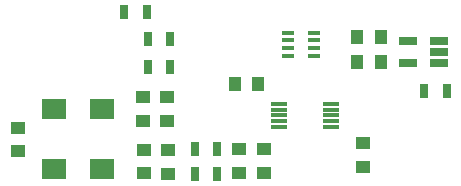
<source format=gtp>
G04 #@! TF.GenerationSoftware,KiCad,Pcbnew,(5.0.0-rc2-dev-444-g2974a2c10)*
G04 #@! TF.CreationDate,2019-10-20T12:44:52-07:00*
G04 #@! TF.ProjectId,Waveform_Gen_ADSR,57617665666F726D5F47656E5F414453,v00*
G04 #@! TF.SameCoordinates,Original*
G04 #@! TF.FileFunction,Paste,Top*
G04 #@! TF.FilePolarity,Positive*
%FSLAX46Y46*%
G04 Gerber Fmt 4.6, Leading zero omitted, Abs format (unit mm)*
G04 Created by KiCad (PCBNEW (5.0.0-rc2-dev-444-g2974a2c10)) date 10/20/19 12:44:52*
%MOMM*%
%LPD*%
G01*
G04 APERTURE LIST*
%ADD10R,1.400000X0.300000*%
%ADD11R,1.250000X1.000000*%
%ADD12R,0.700000X1.300000*%
%ADD13R,2.000000X1.800000*%
%ADD14R,1.000000X1.250000*%
%ADD15R,1.560000X0.650000*%
%ADD16R,1.060000X0.400000*%
G04 APERTURE END LIST*
D10*
X126650000Y-107254800D03*
X126650000Y-107754800D03*
X126650000Y-108254800D03*
X126650000Y-108754800D03*
X126650000Y-109254800D03*
X131050000Y-109254800D03*
X131050000Y-108754800D03*
X131050000Y-108254800D03*
X131050000Y-107754800D03*
X131050000Y-107254800D03*
D11*
X104600000Y-111300000D03*
X104600000Y-109300000D03*
D12*
X121450000Y-111100000D03*
X119550000Y-111100000D03*
X119550000Y-113200000D03*
X121450000Y-113200000D03*
D13*
X111650000Y-107710000D03*
X111650000Y-112790000D03*
X107650000Y-112790000D03*
X107650000Y-107710000D03*
D11*
X115167927Y-106714025D03*
X115167927Y-108714025D03*
D14*
X133300000Y-103700000D03*
X135300000Y-103700000D03*
X122926600Y-105562400D03*
X124926600Y-105562400D03*
X133300000Y-101600000D03*
X135300000Y-101600000D03*
D11*
X117304804Y-111174218D03*
X117304804Y-113174218D03*
X125400000Y-113099000D03*
X125400000Y-111099000D03*
X133781800Y-112607600D03*
X133781800Y-110607600D03*
X117217127Y-108718632D03*
X117217127Y-106718632D03*
D12*
X113553200Y-99491800D03*
X115453200Y-99491800D03*
X138950000Y-106200000D03*
X140850000Y-106200000D03*
D11*
X123300000Y-113099000D03*
X123300000Y-111099000D03*
D15*
X137550000Y-103850000D03*
X137550000Y-101950000D03*
X140250000Y-101950000D03*
X140250000Y-102900000D03*
X140250000Y-103850000D03*
D12*
X117461207Y-101776400D03*
X115561207Y-101776400D03*
X115547400Y-104126400D03*
X117447400Y-104126400D03*
D16*
X129598600Y-101255000D03*
X129598600Y-101905000D03*
X129598600Y-102565000D03*
X129598600Y-103215000D03*
X127398600Y-103215000D03*
X127398600Y-102565000D03*
X127398600Y-101905000D03*
X127398600Y-101255000D03*
D11*
X115200000Y-113150000D03*
X115200000Y-111150000D03*
M02*

</source>
